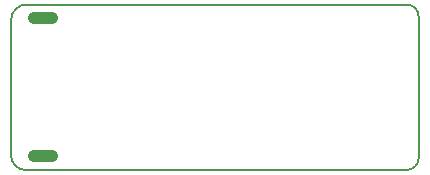
<source format=gko>
G04 #@! TF.GenerationSoftware,KiCad,Pcbnew,5.0.0-rc1-44a33f2~62~ubuntu16.04.1*
G04 #@! TF.CreationDate,2018-03-27T11:25:49+02:00*
G04 #@! TF.ProjectId,ubmp_v1,75626D705F76312E6B696361645F7063,rev?*
G04 #@! TF.SameCoordinates,Original*
G04 #@! TF.FileFunction,Profile,NP*
%FSLAX46Y46*%
G04 Gerber Fmt 4.6, Leading zero omitted, Abs format (unit mm)*
G04 Created by KiCad (PCBNEW 5.0.0-rc1-44a33f2~62~ubuntu16.04.1) date Tue Mar 27 11:25:49 2018*
%MOMM*%
%LPD*%
G01*
G04 APERTURE LIST*
%ADD10C,1.000000*%
%ADD11C,0.150000*%
G04 APERTURE END LIST*
D10*
X86950000Y-100150000D02*
X88450000Y-100150000D01*
X86950000Y-111850000D02*
X88450000Y-111850000D01*
D11*
X85000000Y-100300000D02*
X85000000Y-111800000D01*
X119500000Y-112000000D02*
G75*
G02X118500000Y-113000000I-1000000J0D01*
G01*
X118500000Y-99000000D02*
G75*
G02X119500000Y-100000000I0J-1000000D01*
G01*
X86200000Y-113000000D02*
G75*
G02X85000000Y-111800000I0J1200000D01*
G01*
X85000000Y-100300000D02*
G75*
G02X86403840Y-99000000I1303840J0D01*
G01*
X86400000Y-99000000D02*
X118500000Y-99000000D01*
X86200000Y-113000000D02*
X118500000Y-113000000D01*
X119500000Y-112000000D02*
X119500000Y-100000000D01*
M02*

</source>
